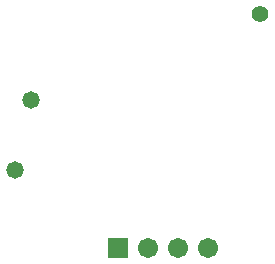
<source format=gbs>
G04 Layer_Color=16711935*
%FSLAX25Y25*%
%MOIN*%
G70*
G01*
G75*
%ADD31C,0.06706*%
%ADD32R,0.06706X0.06706*%
%ADD33C,0.05800*%
%ADD34C,0.05524*%
D31*
X176079Y29921D02*
D03*
X166079D02*
D03*
X156079D02*
D03*
D32*
X146079D02*
D03*
D33*
X116866Y79134D02*
D03*
X111748Y55905D02*
D03*
D34*
X193441Y107677D02*
D03*
M02*

</source>
